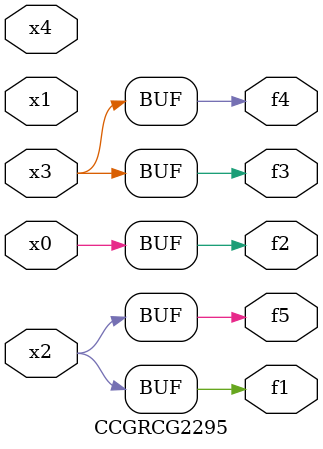
<source format=v>
module CCGRCG2295(
	input x0, x1, x2, x3, x4,
	output f1, f2, f3, f4, f5
);
	assign f1 = x2;
	assign f2 = x0;
	assign f3 = x3;
	assign f4 = x3;
	assign f5 = x2;
endmodule

</source>
